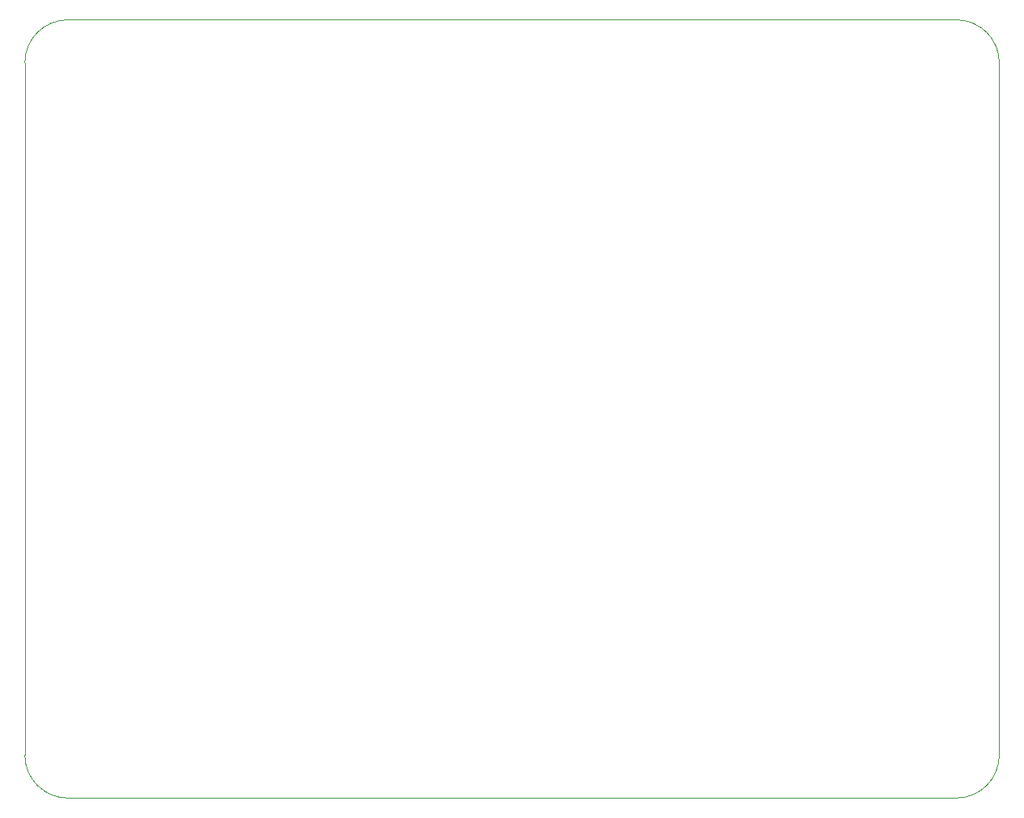
<source format=gbr>
%TF.GenerationSoftware,KiCad,Pcbnew,(6.0.0)*%
%TF.CreationDate,2022-10-15T12:08:06+11:00*%
%TF.ProjectId,c64pico,63363470-6963-46f2-9e6b-696361645f70,rev?*%
%TF.SameCoordinates,Original*%
%TF.FileFunction,Profile,NP*%
%FSLAX46Y46*%
G04 Gerber Fmt 4.6, Leading zero omitted, Abs format (unit mm)*
G04 Created by KiCad (PCBNEW (6.0.0)) date 2022-10-15 12:08:06*
%MOMM*%
%LPD*%
G01*
G04 APERTURE LIST*
%TA.AperFunction,Profile*%
%ADD10C,0.100000*%
%TD*%
G04 APERTURE END LIST*
D10*
X137350001Y-63931975D02*
G75*
G03*
X132850000Y-59431972I-4499998J5D01*
G01*
X35350000Y-63931976D02*
X35350000Y-136449998D01*
X132850000Y-140950000D02*
G75*
G03*
X137350000Y-136450000I-2J4500002D01*
G01*
X39850000Y-140949999D02*
X132850000Y-140950000D01*
X35350000Y-136449998D02*
G75*
G03*
X39850000Y-140949999I4500000J-1D01*
G01*
X132850000Y-59431972D02*
X39850000Y-59431975D01*
X137350000Y-136450000D02*
X137350001Y-63931975D01*
X39850000Y-59431975D02*
G75*
G03*
X35350000Y-63931976I0J-4500000D01*
G01*
M02*

</source>
